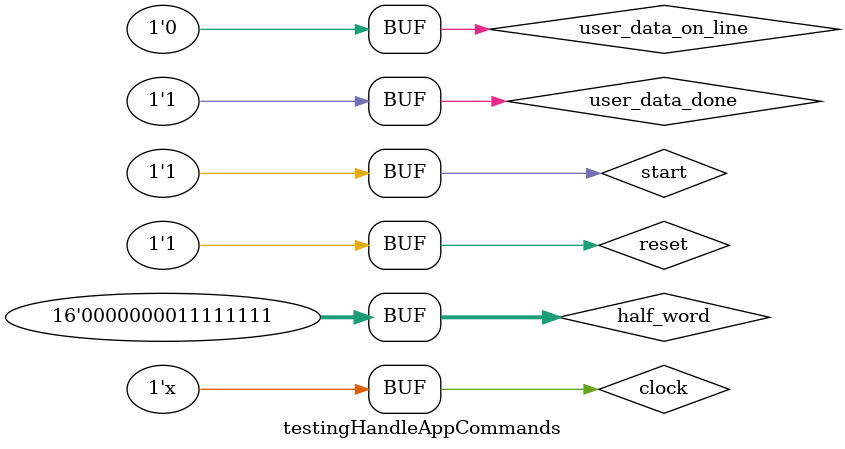
<source format=v>
`timescale 1us / 1ps

module testingHandleAppCommands;

	// Inputs
	reg clock;
	reg reset;
	reg start;
	
	reg [15:0] half_word;
	reg user_data_on_line;
	reg user_data_done;
	
	wire [7:0] rx_data;
	wire data_line;
	
	wire rx_done;
	
	parameter uart_cpd = 10'd50;
	parameter uart_byte_spacing = 10'd12;

	// Outputs
	wire [7:0] stream_select;
	wire ds_sending_flag;
	
//	wire [1:0] ds_curr, ds_next;
//	wire [7:0] commands, operands;

	// Instantiate the Unit Under Test (UUT)
	handle_app_commands uut(
//		.ds_curr(ds_curr), 
//		.ds_next(ds_next),
//		.commands(commands),
//		.operands(operands),
		.clock(clock), 
		.reset(reset),
		.start(start), 
		.uart_done(rx_done),
		.uart_cpd(uart_cpd),
		.uart_byte_spacing(uart_byte_spacing),
		.uart_byte(rx_data),
		.stream_select(stream_select), 
		.ds_sending_flag(ds_sending_flag)
	);
	
	UART_sender_for_testing help(
		.clock(clock), 
		.reset(reset),
		.uart_cpd(uart_cpd), 
		.uart_byte_spacing(uart_byte_spacing),
		.user_data_on_line(user_data_on_line), 
		.user_data_done(user_data_done),
		.tx_done(tx_done),
		.half_word(half_word),
		.tx_line(data_line)
	);
	
	UART_rx rx(
		.clk(clock),
		.resetn(~reset),
		.cycles_per_databit(uart_cpd),
		.rx_line(data_line),
		.rx_data(rx_data),
		.rx_collecting_data(),
		.rx_data_valid(rx_done)
	);
	
	always begin
		#1 clock = !clock;
	end

	initial begin
		// Initialize Inputs
		clock = 0;
		reset = 1'b1;
		start = 1'b0;
		half_word = 16'h0000;
		user_data_on_line = 1'b0;
		user_data_done = 1'b0;

		// Wait 100 us for global reset to finish
		#100;
        
		// Add stimulus here
		#100 reset = 1'b0;
		#100 start = 1'b1;
		
		#102 half_word = 16'h0078;
		#102 user_data_on_line = 1'b1;
		#105 user_data_on_line = 1'b0;
		
		#122 half_word = 16'h0101;
		#122 user_data_on_line = 1'b1;
		#125 user_data_on_line = 1'b0;
		
		#142 half_word = 16'h00FF;
		#142 user_data_on_line = 1'b1;
		#145 user_data_on_line = 1'b0;
		
		#145 user_data_done = 1'b1;
		
		#20000 reset = 1'b1;
	end
	
endmodule


</source>
